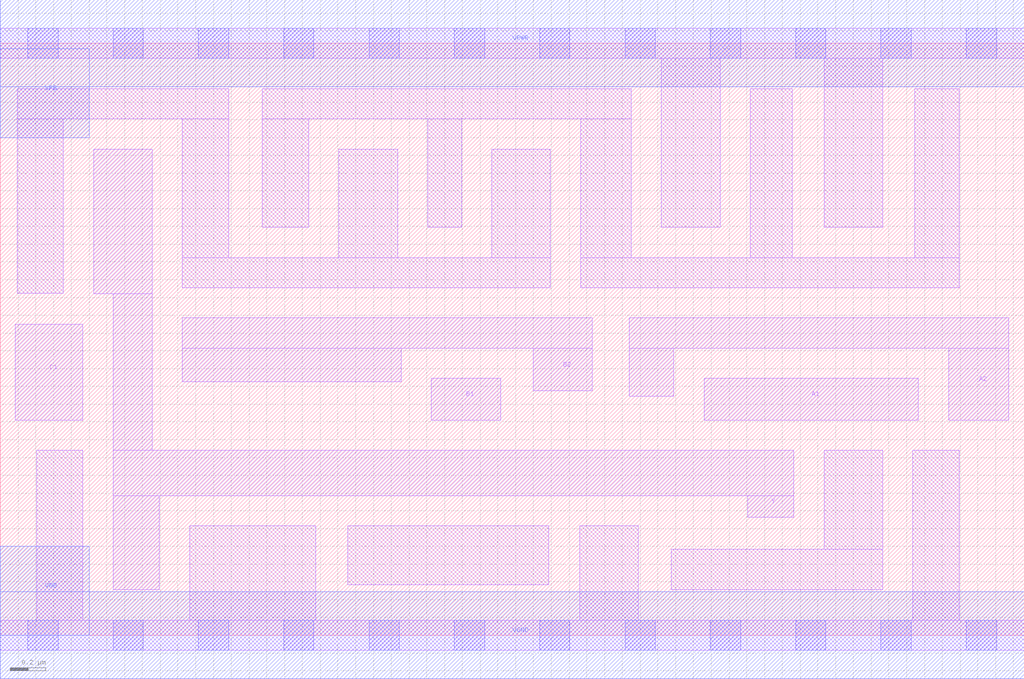
<source format=lef>
# Copyright 2020 The SkyWater PDK Authors
#
# Licensed under the Apache License, Version 2.0 (the "License");
# you may not use this file except in compliance with the License.
# You may obtain a copy of the License at
#
#     https://www.apache.org/licenses/LICENSE-2.0
#
# Unless required by applicable law or agreed to in writing, software
# distributed under the License is distributed on an "AS IS" BASIS,
# WITHOUT WARRANTIES OR CONDITIONS OF ANY KIND, either express or implied.
# See the License for the specific language governing permissions and
# limitations under the License.
#
# SPDX-License-Identifier: Apache-2.0

VERSION 5.5 ;
NAMESCASESENSITIVE ON ;
BUSBITCHARS "[]" ;
DIVIDERCHAR "/" ;
MACRO sky130_fd_sc_lp__a221oi_2
  CLASS CORE ;
  SOURCE USER ;
  ORIGIN  0.000000  0.000000 ;
  SIZE  5.760000 BY  3.330000 ;
  SYMMETRY X Y R90 ;
  SITE unit ;
  PIN A1
    ANTENNAGATEAREA  0.630000 ;
    DIRECTION INPUT ;
    USE SIGNAL ;
    PORT
      LAYER li1 ;
        RECT 3.960000 1.210000 5.165000 1.445000 ;
    END
  END A1
  PIN A2
    ANTENNAGATEAREA  0.630000 ;
    DIRECTION INPUT ;
    USE SIGNAL ;
    PORT
      LAYER li1 ;
        RECT 3.540000 1.345000 3.790000 1.615000 ;
        RECT 3.540000 1.615000 5.675000 1.785000 ;
        RECT 5.335000 1.210000 5.675000 1.615000 ;
    END
  END A2
  PIN B1
    ANTENNAGATEAREA  0.630000 ;
    DIRECTION INPUT ;
    USE SIGNAL ;
    PORT
      LAYER li1 ;
        RECT 2.425000 1.210000 2.815000 1.445000 ;
    END
  END B1
  PIN B2
    ANTENNAGATEAREA  0.630000 ;
    DIRECTION INPUT ;
    USE SIGNAL ;
    PORT
      LAYER li1 ;
        RECT 1.025000 1.425000 2.255000 1.615000 ;
        RECT 1.025000 1.615000 3.330000 1.785000 ;
        RECT 3.000000 1.375000 3.330000 1.615000 ;
    END
  END B2
  PIN C1
    ANTENNAGATEAREA  0.630000 ;
    DIRECTION INPUT ;
    USE SIGNAL ;
    PORT
      LAYER li1 ;
        RECT 0.085000 1.210000 0.465000 1.750000 ;
    END
  END C1
  PIN Y
    ANTENNADIFFAREA  1.058400 ;
    DIRECTION OUTPUT ;
    USE SIGNAL ;
    PORT
      LAYER li1 ;
        RECT 0.525000 1.920000 0.855000 2.735000 ;
        RECT 0.635000 0.255000 0.895000 0.785000 ;
        RECT 0.635000 0.785000 4.465000 1.040000 ;
        RECT 0.635000 1.040000 0.855000 1.920000 ;
        RECT 4.205000 0.665000 4.465000 0.785000 ;
    END
  END Y
  PIN VGND
    DIRECTION INOUT ;
    USE GROUND ;
    PORT
      LAYER met1 ;
        RECT 0.000000 -0.245000 5.760000 0.245000 ;
    END
  END VGND
  PIN VNB
    DIRECTION INOUT ;
    USE GROUND ;
    PORT
    END
  END VNB
  PIN VPB
    DIRECTION INOUT ;
    USE POWER ;
    PORT
    END
  END VPB
  PIN VNB
    DIRECTION INOUT ;
    USE GROUND ;
    PORT
      LAYER met1 ;
        RECT 0.000000 0.000000 0.500000 0.500000 ;
    END
  END VNB
  PIN VPB
    DIRECTION INOUT ;
    USE POWER ;
    PORT
      LAYER met1 ;
        RECT 0.000000 2.800000 0.500000 3.300000 ;
    END
  END VPB
  PIN VPWR
    DIRECTION INOUT ;
    USE POWER ;
    PORT
      LAYER met1 ;
        RECT 0.000000 3.085000 5.760000 3.575000 ;
    END
  END VPWR
  OBS
    LAYER li1 ;
      RECT 0.000000 -0.085000 5.760000 0.085000 ;
      RECT 0.000000  3.245000 5.760000 3.415000 ;
      RECT 0.095000  1.925000 0.355000 2.905000 ;
      RECT 0.095000  2.905000 1.285000 3.075000 ;
      RECT 0.205000  0.085000 0.465000 1.040000 ;
      RECT 1.025000  1.955000 3.095000 2.125000 ;
      RECT 1.025000  2.125000 1.285000 2.905000 ;
      RECT 1.065000  0.085000 1.775000 0.615000 ;
      RECT 1.475000  2.295000 1.735000 2.905000 ;
      RECT 1.475000  2.905000 3.550000 3.075000 ;
      RECT 1.905000  2.125000 2.235000 2.735000 ;
      RECT 1.955000  0.285000 3.085000 0.615000 ;
      RECT 2.405000  2.295000 2.595000 2.905000 ;
      RECT 2.765000  2.125000 3.095000 2.735000 ;
      RECT 3.260000  0.085000 3.590000 0.615000 ;
      RECT 3.265000  1.955000 5.395000 2.125000 ;
      RECT 3.265000  2.125000 3.550000 2.905000 ;
      RECT 3.720000  2.295000 4.050000 3.245000 ;
      RECT 3.775000  0.255000 4.965000 0.485000 ;
      RECT 4.220000  2.125000 4.455000 3.075000 ;
      RECT 4.635000  0.485000 4.965000 1.040000 ;
      RECT 4.635000  2.295000 4.965000 3.245000 ;
      RECT 5.135000  0.085000 5.395000 1.040000 ;
      RECT 5.145000  2.125000 5.395000 3.075000 ;
    LAYER mcon ;
      RECT 0.155000 -0.085000 0.325000 0.085000 ;
      RECT 0.155000  3.245000 0.325000 3.415000 ;
      RECT 0.635000 -0.085000 0.805000 0.085000 ;
      RECT 0.635000  3.245000 0.805000 3.415000 ;
      RECT 1.115000 -0.085000 1.285000 0.085000 ;
      RECT 1.115000  3.245000 1.285000 3.415000 ;
      RECT 1.595000 -0.085000 1.765000 0.085000 ;
      RECT 1.595000  3.245000 1.765000 3.415000 ;
      RECT 2.075000 -0.085000 2.245000 0.085000 ;
      RECT 2.075000  3.245000 2.245000 3.415000 ;
      RECT 2.555000 -0.085000 2.725000 0.085000 ;
      RECT 2.555000  3.245000 2.725000 3.415000 ;
      RECT 3.035000 -0.085000 3.205000 0.085000 ;
      RECT 3.035000  3.245000 3.205000 3.415000 ;
      RECT 3.515000 -0.085000 3.685000 0.085000 ;
      RECT 3.515000  3.245000 3.685000 3.415000 ;
      RECT 3.995000 -0.085000 4.165000 0.085000 ;
      RECT 3.995000  3.245000 4.165000 3.415000 ;
      RECT 4.475000 -0.085000 4.645000 0.085000 ;
      RECT 4.475000  3.245000 4.645000 3.415000 ;
      RECT 4.955000 -0.085000 5.125000 0.085000 ;
      RECT 4.955000  3.245000 5.125000 3.415000 ;
      RECT 5.435000 -0.085000 5.605000 0.085000 ;
      RECT 5.435000  3.245000 5.605000 3.415000 ;
  END
END sky130_fd_sc_lp__a221oi_2
END LIBRARY

</source>
